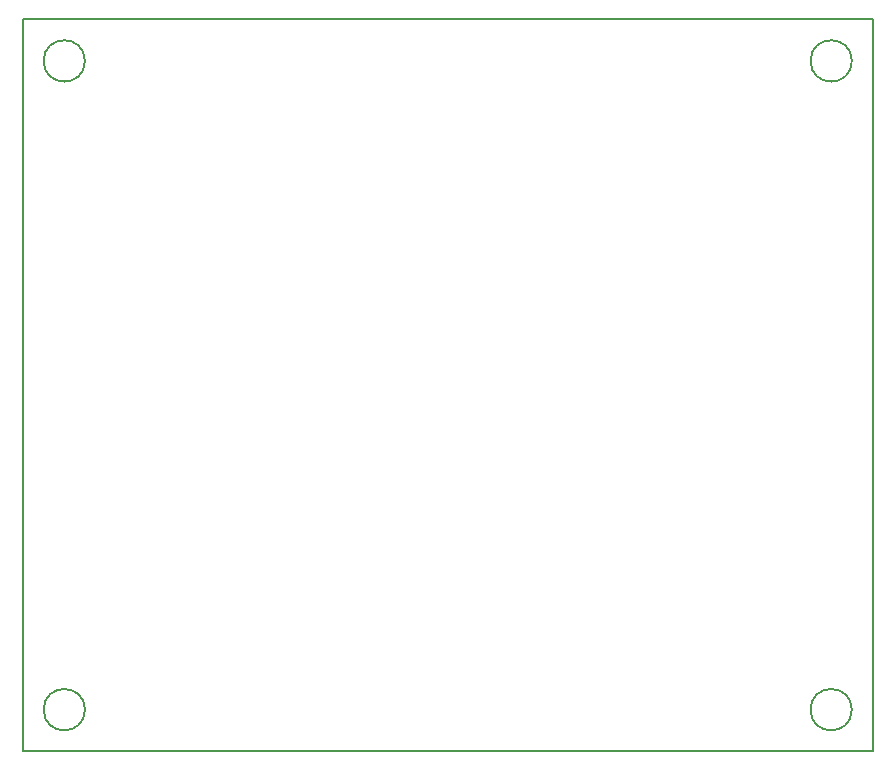
<source format=gbr>
G04 #@! TF.GenerationSoftware,KiCad,Pcbnew,(5.1.5)-3*
G04 #@! TF.CreationDate,2020-02-10T18:59:08+01:00*
G04 #@! TF.ProjectId,WeatherStationSender,57656174-6865-4725-9374-6174696f6e53,rev?*
G04 #@! TF.SameCoordinates,Original*
G04 #@! TF.FileFunction,Profile,NP*
%FSLAX46Y46*%
G04 Gerber Fmt 4.6, Leading zero omitted, Abs format (unit mm)*
G04 Created by KiCad (PCBNEW (5.1.5)-3) date 2020-02-10 18:59:08*
%MOMM*%
%LPD*%
G04 APERTURE LIST*
%ADD10C,0.200000*%
G04 APERTURE END LIST*
D10*
X110764466Y-47264466D02*
X182764466Y-47264466D01*
X116050055Y-105728986D02*
G75*
G03X116050055Y-105728986I-1750000J0D01*
G01*
X182764466Y-47264466D02*
X182764466Y-109264466D01*
X110764466Y-109264466D02*
X110764466Y-47264466D01*
X182764466Y-109264466D02*
X110764466Y-109264466D01*
X180978933Y-50800000D02*
G75*
G03X180978933Y-50800000I-1750000J0D01*
G01*
X180978933Y-105728932D02*
G75*
G03X180978933Y-105728932I-1750000J0D01*
G01*
X116050000Y-50800000D02*
G75*
G03X116050000Y-50800000I-1750000J0D01*
G01*
M02*

</source>
